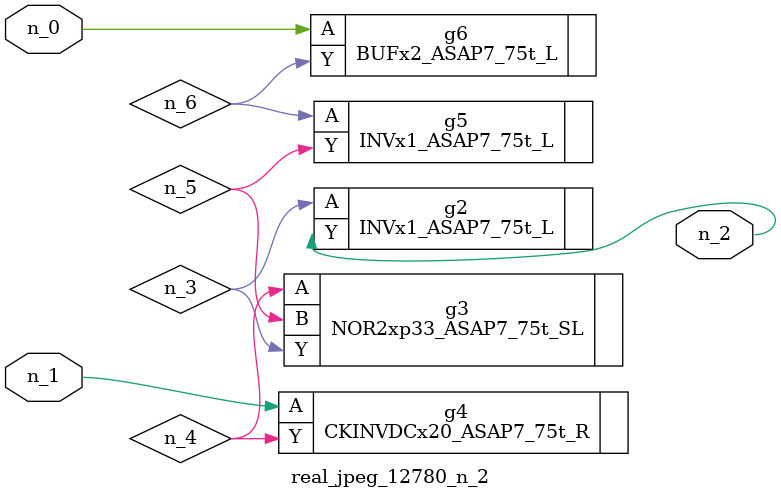
<source format=v>
module real_jpeg_12780_n_2 (n_1, n_0, n_2);

input n_1;
input n_0;

output n_2;

wire n_5;
wire n_4;
wire n_6;
wire n_3;

BUFx2_ASAP7_75t_L g6 ( 
.A(n_0),
.Y(n_6)
);

CKINVDCx20_ASAP7_75t_R g4 ( 
.A(n_1),
.Y(n_4)
);

INVx1_ASAP7_75t_L g2 ( 
.A(n_3),
.Y(n_2)
);

NOR2xp33_ASAP7_75t_SL g3 ( 
.A(n_4),
.B(n_5),
.Y(n_3)
);

INVx1_ASAP7_75t_L g5 ( 
.A(n_6),
.Y(n_5)
);


endmodule
</source>
